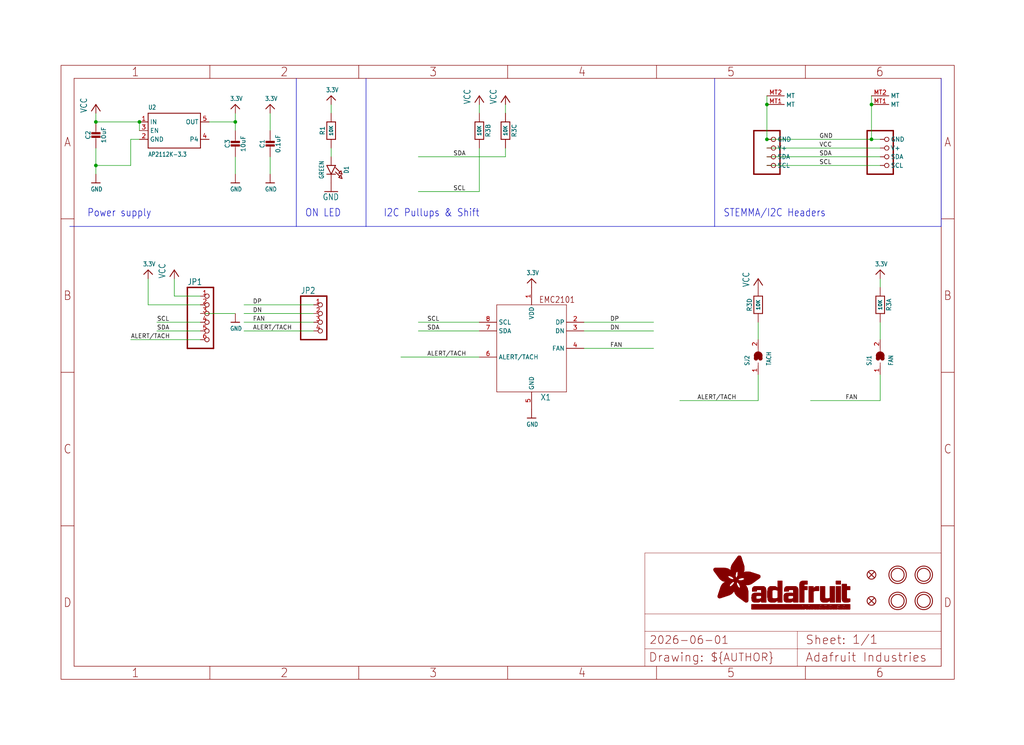
<source format=kicad_sch>
(kicad_sch (version 20230121) (generator eeschema)
  (paper "User" 298.45 217.322)
  (lib_symbols
    (symbol "working-eagle-import:3.3V" (power)
      (property "Value" "3.3V" (at -1.524 1.016 0))
      (symbol "3.3V_1_0"
        (pin power_in line (at 0 -2.54 90) (length 2.54) (name "3.3V") (number "1"))
      )
    )
    (symbol "working-eagle-import:CAP_CERAMIC0603_NO"
      (property "Reference" "C" (at -2.29 1.25 90))
      (symbol "CAP_CERAMIC0603_NO_1_0"
        (pin passive line (at 0 5.08 270) (length 2.54) (name "1") (number "1"))
        (pin passive line (at 0 -2.54 90) (length 2.54) (name "2") (number "2"))
      )
    )
    (symbol "working-eagle-import:CAP_CERAMIC0805-NOOUTLINE"
      (property "Reference" "C" (at -2.29 1.25 90))
      (symbol "CAP_CERAMIC0805-NOOUTLINE_1_0"
        (pin passive line (at 0 5.08 270) (length 2.54) (name "1") (number "1"))
        (pin passive line (at 0 -2.54 90) (length 2.54) (name "2") (number "2"))
      )
    )
    (symbol "working-eagle-import:EMC2101-AZCL"
      (property "Reference" "X" (at 2.54 -15.24 0))
      (symbol "EMC2101-AZCL_1_0"
        (text "EMC2101" (at 12.7 15.24 0) (effects (font (size 1.778 1.5113)) (justify right top)))
        (pin power_in line (at 0 17.78 270) (length 5.08) (name "VDD") (number "1"))
        (pin input line (at 15.24 7.62 180) (length 5.08) (name "DP") (number "2"))
        (pin input line (at 15.24 5.08 180) (length 5.08) (name "DN") (number "3"))
        (pin output line (at 15.24 0 180) (length 5.08) (name "FAN") (number "4"))
        (pin power_in line (at 0 -17.78 90) (length 5.08) (name "GND") (number "5"))
        (pin bidirectional line (at -15.24 -2.54 0) (length 5.08) (name "ALERT/TACH") (number "6"))
        (pin bidirectional line (at -15.24 5.08 0) (length 5.08) (name "SDA") (number "7"))
        (pin bidirectional line (at -15.24 7.62 0) (length 5.08) (name "SCL") (number "8"))
      )
    )
    (symbol "working-eagle-import:FIDUCIAL_1MM")
    (symbol "working-eagle-import:FRAME_A4_ADAFRUIT"
      (symbol "FRAME_A4_ADAFRUIT_1_0"
        (text "${#}/${##}" (at 230.505 10.16 0) (effects (font (size 2.54 2.54)) (justify left bottom)))
        (text "${AUTHOR}" (at 189.23 5.08 0) (effects (font (size 2.286 2.286)) (justify left bottom)))
        (text "${CURRENT_DATE}" (at 171.45 10.16 0) (effects (font (size 2.286 2.286)) (justify left bottom)))
        (text "${PROJECTNAME}" (at 171.45 15.24 0) (effects (font (size 2.54 2.54)) (justify left bottom)))
        (text "1" (at 21.6958 1.905 0) (effects (font (size 2.54 2.286))))
        (text "1" (at 21.6958 177.165 0) (effects (font (size 2.54 2.286))))
        (text "2" (at 65.0875 1.905 0) (effects (font (size 2.54 2.286))))
        (text "2" (at 65.0875 177.165 0) (effects (font (size 2.54 2.286))))
        (text "3" (at 108.4792 1.905 0) (effects (font (size 2.54 2.286))))
        (text "3" (at 108.4792 177.165 0) (effects (font (size 2.54 2.286))))
        (text "4" (at 151.8708 1.905 0) (effects (font (size 2.54 2.286))))
        (text "4" (at 151.8708 177.165 0) (effects (font (size 2.54 2.286))))
        (text "5" (at 195.2625 1.905 0) (effects (font (size 2.54 2.286))))
        (text "5" (at 195.2625 177.165 0) (effects (font (size 2.54 2.286))))
        (text "6" (at 238.6542 1.905 0) (effects (font (size 2.54 2.286))))
        (text "6" (at 238.6542 177.165 0) (effects (font (size 2.54 2.286))))
        (text "A" (at 1.905 156.6863 0) (effects (font (size 2.54 2.286))))
        (text "A" (at 258.445 156.6863 0) (effects (font (size 2.54 2.286))))
        (text "Adafruit Industries" (at 216.916 4.953 0) (effects (font (size 2.54 2.54)) (justify left bottom)))
        (text "B" (at 1.905 111.9188 0) (effects (font (size 2.54 2.286))))
        (text "B" (at 258.445 111.9188 0) (effects (font (size 2.54 2.286))))
        (text "C" (at 1.905 67.1513 0) (effects (font (size 2.54 2.286))))
        (text "C" (at 258.445 67.1513 0) (effects (font (size 2.54 2.286))))
        (text "D" (at 1.905 22.3838 0) (effects (font (size 2.54 2.286))))
        (text "D" (at 258.445 22.3838 0) (effects (font (size 2.54 2.286))))
        (text "Drawing:" (at 171.196 4.953 0) (effects (font (size 2.54 2.54)) (justify left bottom)))
        (text "Sheet:" (at 216.916 10.033 0) (effects (font (size 2.54 2.54)) (justify left bottom)))
      )
    )
    (symbol "working-eagle-import:GND" (power)
      (property "Value" "GND" (at -1.524 -2.54 0))
      (symbol "GND_1_0"
        (pin power_in line (at 0 2.54 270) (length 2.54) (name "GND") (number "1"))
      )
    )
    (symbol "working-eagle-import:HEADER-1X4ROUND"
      (property "Reference" "JP" (at -6.35 8.255 0))
      (symbol "HEADER-1X4ROUND_1_0"
        (pin passive inverted (at -2.54 5.08 0) (length 2.54) (name "1") (number "1"))
        (pin passive inverted (at -2.54 2.54 0) (length 2.54) (name "2") (number "2"))
        (pin passive inverted (at -2.54 0 0) (length 2.54) (name "3") (number "3"))
        (pin passive inverted (at -2.54 -2.54 0) (length 2.54) (name "4") (number "4"))
      )
    )
    (symbol "working-eagle-import:HEADER-1X670MIL"
      (property "Reference" "JP" (at -6.35 10.795 0))
      (symbol "HEADER-1X670MIL_1_0"
        (pin passive inverted (at -2.54 7.62 0) (length 2.54) (name "1") (number "1"))
        (pin passive inverted (at -2.54 5.08 0) (length 2.54) (name "2") (number "2"))
        (pin passive inverted (at -2.54 2.54 0) (length 2.54) (name "3") (number "3"))
        (pin passive inverted (at -2.54 0 0) (length 2.54) (name "4") (number "4"))
        (pin passive inverted (at -2.54 -2.54 0) (length 2.54) (name "5") (number "5"))
        (pin passive inverted (at -2.54 -5.08 0) (length 2.54) (name "6") (number "6"))
      )
    )
    (symbol "working-eagle-import:LED0603_NOOUTLINE"
      (property "Reference" "D" (at -1.27 4.445 0))
      (symbol "LED0603_NOOUTLINE_1_0"
        (pin passive line (at -5.08 0 0) (length 2.54) (name "A") (number "A"))
        (pin passive line (at 2.54 0 180) (length 2.54) (name "C") (number "C"))
      )
    )
    (symbol "working-eagle-import:MOUNTINGHOLE2.5")
    (symbol "working-eagle-import:RESISTOR_0603MP"
      (property "Reference" "R" (at 0 2.54 0))
      (symbol "RESISTOR_0603MP_1_0"
        (pin passive line (at -5.08 0 0) (length 2.54) (name "1") (number "1"))
        (pin passive line (at 5.08 0 180) (length 2.54) (name "2") (number "2"))
      )
    )
    (symbol "working-eagle-import:RESISTOR_4PACK"
      (property "Reference" "R" (at 0 2.54 0))
      (symbol "RESISTOR_4PACK_1_0"
        (pin passive line (at -5.08 0 0) (length 2.54) (name "1") (number "1"))
        (pin passive line (at 5.08 0 180) (length 2.54) (name "2") (number "8"))
      )
      (symbol "RESISTOR_4PACK_2_0"
        (pin passive line (at -5.08 0 0) (length 2.54) (name "1") (number "2"))
        (pin passive line (at 5.08 0 180) (length 2.54) (name "2") (number "7"))
      )
      (symbol "RESISTOR_4PACK_3_0"
        (pin passive line (at -5.08 0 0) (length 2.54) (name "1") (number "3"))
        (pin passive line (at 5.08 0 180) (length 2.54) (name "2") (number "6"))
      )
      (symbol "RESISTOR_4PACK_4_0"
        (pin passive line (at -5.08 0 0) (length 2.54) (name "1") (number "4"))
        (pin passive line (at 5.08 0 180) (length 2.54) (name "2") (number "5"))
      )
    )
    (symbol "working-eagle-import:SOLDERJUMPER"
      (property "Reference" "SJ" (at -2.54 2.54 0))
      (symbol "SOLDERJUMPER_1_0"
        (pin passive line (at -5.08 0 0) (length 2.54) (name "1") (number "1"))
        (pin passive line (at 5.08 0 180) (length 2.54) (name "2") (number "2"))
      )
    )
    (symbol "working-eagle-import:SOLDERJUMPERCLOSED"
      (property "Reference" "SJ" (at -2.54 2.54 0))
      (symbol "SOLDERJUMPERCLOSED_1_0"
        (pin passive line (at -5.08 0 0) (length 2.54) (name "1") (number "1"))
        (pin passive line (at 5.08 0 180) (length 2.54) (name "2") (number "2"))
      )
    )
    (symbol "working-eagle-import:STEMMA_I2C_QT"
      (symbol "STEMMA_I2C_QT_1_0"
        (pin passive inverted (at 0 5.08 0) (length 2.54) (name "GND") (number "1"))
        (pin passive inverted (at 0 2.54 0) (length 2.54) (name "V+") (number "2"))
        (pin passive inverted (at 0 0 0) (length 2.54) (name "SDA") (number "3"))
        (pin passive inverted (at 0 -2.54 0) (length 2.54) (name "SCL") (number "4"))
      )
      (symbol "STEMMA_I2C_QT_2_0"
        (pin bidirectional line (at 0 0 0) (length 5.08) (name "MT") (number "MT1"))
      )
      (symbol "STEMMA_I2C_QT_3_0"
        (pin bidirectional line (at 0 0 0) (length 5.08) (name "MT") (number "MT2"))
      )
    )
    (symbol "working-eagle-import:VCC" (power)
      (property "Value" "VCC" (at -2.54 -2.54 90))
      (symbol "VCC_1_0"
        (pin power_in line (at 0 -2.54 90) (length 2.54) (name "VCC") (number "1"))
      )
    )
    (symbol "working-eagle-import:VREG_SOT23-5"
      (property "Reference" "U" (at -7.62 6.096 0))
      (symbol "VREG_SOT23-5_1_0"
        (pin power_in line (at -10.16 2.54 0) (length 2.54) (name "IN") (number "1"))
        (pin power_in line (at -10.16 -2.54 0) (length 2.54) (name "GND") (number "2"))
        (pin input line (at -10.16 0 0) (length 2.54) (name "EN") (number "3"))
        (pin bidirectional line (at 10.16 -2.54 180) (length 2.54) (name "P4") (number "4"))
        (pin power_in line (at 10.16 2.54 180) (length 2.54) (name "OUT") (number "5"))
      )
    )
    (symbol "working-eagle-import:supply1_GND" (power)
      (property "Value" "supply1_GND" (at -2.54 -2.54 0))
      (symbol "supply1_GND_1_0"
        (pin power_in line (at 0 2.54 270) (length 2.54) (name "GND") (number "1"))
      )
    )
  )
  (junction (at 27.94 48.26))
  (junction (at 40.64 35.56))
  (junction (at 223.52 40.64))
  (junction (at 254 40.64))
  (junction (at 223.52 30.48))
  (junction (at 27.94 35.56))
  (junction (at 68.58 35.56))
  (junction (at 254 30.48))
  (wire (pts (xy 78.74 33.02) (xy 78.74 38.1)) (stroke (width 0.1524)))
  (wire (pts (xy 121.92 96.52) (xy 139.7 96.52)) (stroke (width 0.1524)))
  (polyline (pts (xy 208.28 22.86) (xy 208.28 66.04)) (stroke (width 0.1524) (type solid)))
  (wire (pts (xy 256.54 81.28) (xy 256.54 83.82)) (stroke (width 0.1524)))
  (wire (pts (xy 220.98 99.06) (xy 220.98 93.98)) (stroke (width 0.1524)))
  (wire (pts (xy 147.32 45.72) (xy 121.92 45.72)) (stroke (width 0.1524)))
  (wire (pts (xy 96.52 45.72) (xy 96.52 43.18)) (stroke (width 0.1524)))
  (wire (pts (xy 43.18 88.9) (xy 43.18 81.28)) (stroke (width 0.1524)))
  (wire (pts (xy 58.42 91.44) (xy 68.58 91.44)) (stroke (width 0.1524)))
  (wire (pts (xy 68.58 35.56) (xy 68.58 38.1)) (stroke (width 0.1524)))
  (wire (pts (xy 58.42 93.98) (xy 45.72 93.98)) (stroke (width 0.1524)))
  (wire (pts (xy 256.54 109.22) (xy 256.54 116.84)) (stroke (width 0.1524)))
  (wire (pts (xy 220.98 109.22) (xy 220.98 116.84)) (stroke (width 0.1524)))
  (wire (pts (xy 60.96 35.56) (xy 68.58 35.56)) (stroke (width 0.1524)))
  (wire (pts (xy 147.32 43.18) (xy 147.32 45.72)) (stroke (width 0.1524)))
  (polyline (pts (xy 274.32 22.86) (xy 274.32 66.04)) (stroke (width 0.1524) (type solid)))
  (wire (pts (xy 40.64 35.56) (xy 27.94 35.56)) (stroke (width 0.1524)))
  (wire (pts (xy 147.32 33.02) (xy 147.32 30.48)) (stroke (width 0.1524)))
  (wire (pts (xy 139.7 104.14) (xy 116.84 104.14)) (stroke (width 0.1524)))
  (polyline (pts (xy 86.36 66.04) (xy 106.68 66.04)) (stroke (width 0.1524) (type solid)))
  (wire (pts (xy 170.18 93.98) (xy 190.5 93.98)) (stroke (width 0.1524)))
  (wire (pts (xy 58.42 86.36) (xy 50.8 86.36)) (stroke (width 0.1524)))
  (wire (pts (xy 68.58 35.56) (xy 68.58 33.02)) (stroke (width 0.1524)))
  (wire (pts (xy 256.54 40.64) (xy 254 40.64)) (stroke (width 0.1524)))
  (wire (pts (xy 139.7 55.88) (xy 121.92 55.88)) (stroke (width 0.1524)))
  (wire (pts (xy 139.7 43.18) (xy 139.7 55.88)) (stroke (width 0.1524)))
  (wire (pts (xy 58.42 96.52) (xy 45.72 96.52)) (stroke (width 0.1524)))
  (wire (pts (xy 256.54 116.84) (xy 236.22 116.84)) (stroke (width 0.1524)))
  (wire (pts (xy 91.44 96.52) (xy 71.12 96.52)) (stroke (width 0.1524)))
  (wire (pts (xy 38.1 40.64) (xy 38.1 48.26)) (stroke (width 0.1524)))
  (wire (pts (xy 223.52 48.26) (xy 256.54 48.26)) (stroke (width 0.1524)))
  (wire (pts (xy 27.94 48.26) (xy 27.94 50.8)) (stroke (width 0.1524)))
  (wire (pts (xy 139.7 30.48) (xy 139.7 33.02)) (stroke (width 0.1524)))
  (wire (pts (xy 50.8 86.36) (xy 50.8 81.28)) (stroke (width 0.1524)))
  (wire (pts (xy 96.52 30.48) (xy 96.52 33.02)) (stroke (width 0.1524)))
  (wire (pts (xy 254 30.48) (xy 254 40.64)) (stroke (width 0.1524)))
  (wire (pts (xy 223.52 43.18) (xy 256.54 43.18)) (stroke (width 0.1524)))
  (wire (pts (xy 68.58 45.72) (xy 68.58 50.8)) (stroke (width 0.1524)))
  (wire (pts (xy 223.52 27.94) (xy 223.52 30.48)) (stroke (width 0.1524)))
  (wire (pts (xy 170.18 96.52) (xy 190.5 96.52)) (stroke (width 0.1524)))
  (wire (pts (xy 256.54 45.72) (xy 223.52 45.72)) (stroke (width 0.1524)))
  (wire (pts (xy 139.7 93.98) (xy 121.92 93.98)) (stroke (width 0.1524)))
  (wire (pts (xy 40.64 40.64) (xy 38.1 40.64)) (stroke (width 0.1524)))
  (wire (pts (xy 58.42 88.9) (xy 43.18 88.9)) (stroke (width 0.1524)))
  (wire (pts (xy 78.74 45.72) (xy 78.74 50.8)) (stroke (width 0.1524)))
  (polyline (pts (xy 86.36 22.86) (xy 86.36 66.04)) (stroke (width 0.1524) (type solid)))
  (wire (pts (xy 71.12 91.44) (xy 91.44 91.44)) (stroke (width 0.1524)))
  (wire (pts (xy 256.54 93.98) (xy 256.54 99.06)) (stroke (width 0.1524)))
  (wire (pts (xy 58.42 99.06) (xy 38.1 99.06)) (stroke (width 0.1524)))
  (wire (pts (xy 220.98 116.84) (xy 198.12 116.84)) (stroke (width 0.1524)))
  (wire (pts (xy 38.1 48.26) (xy 27.94 48.26)) (stroke (width 0.1524)))
  (polyline (pts (xy 106.68 22.86) (xy 106.68 66.04)) (stroke (width 0.1524) (type solid)))
  (wire (pts (xy 254 27.94) (xy 254 30.48)) (stroke (width 0.1524)))
  (wire (pts (xy 170.18 101.6) (xy 190.5 101.6)) (stroke (width 0.1524)))
  (wire (pts (xy 27.94 33.02) (xy 27.94 35.56)) (stroke (width 0.1524)))
  (wire (pts (xy 40.64 38.1) (xy 40.64 35.56)) (stroke (width 0.1524)))
  (polyline (pts (xy 106.68 66.04) (xy 208.28 66.04)) (stroke (width 0.1524) (type solid)))
  (wire (pts (xy 71.12 93.98) (xy 91.44 93.98)) (stroke (width 0.1524)))
  (polyline (pts (xy 20.32 66.04) (xy 86.36 66.04)) (stroke (width 0.1524) (type solid)))
  (wire (pts (xy 27.94 48.26) (xy 27.94 43.18)) (stroke (width 0.1524)))
  (wire (pts (xy 91.44 88.9) (xy 71.12 88.9)) (stroke (width 0.1524)))
  (polyline (pts (xy 208.28 66.04) (xy 274.32 66.04)) (stroke (width 0.1524) (type solid)))
  (wire (pts (xy 223.52 30.48) (xy 223.52 40.64)) (stroke (width 0.1524)))
  (wire (pts (xy 254 40.64) (xy 223.52 40.64)) (stroke (width 0.1524)))
  (text "ON LED" (at 88.9 63.5 0) (effects (font (size 2.1844 1.8567)) (justify left bottom)))
  (text "Power supply" (at 25.4 63.5 0) (effects (font (size 2.1844 1.8567)) (justify left bottom)))
  (text "I2C Pullups & Shift" (at 111.76 63.5 0) (effects (font (size 2.1844 1.8567)) (justify left bottom)))
  (text "STEMMA/I2C Headers" (at 210.82 63.5 0) (effects (font (size 2.1844 1.8567)) (justify left bottom)))
  (label "ALERT/TACH" (at 38.1 99.06 0) (effects (font (size 1.2446 1.2446))))
  (label "SCL" (at 238.76 48.26 0) (effects (font (size 1.2446 1.2446))))
  (label "SCL" (at 124.46 93.98 0) (effects (font (size 1.2446 1.2446))))
  (label "SCL" (at 45.72 93.98 0) (effects (font (size 1.2446 1.2446))))
  (label "ALERT/TACH" (at 73.66 96.52 0) (effects (font (size 1.2446 1.2446))))
  (label "ALERT/TACH" (at 203.2 116.84 0) (effects (font (size 1.2446 1.2446))))
  (label "SDA" (at 124.46 96.52 0) (effects (font (size 1.2446 1.2446))))
  (label "FAN" (at 73.66 93.98 0) (effects (font (size 1.2446 1.2446))))
  (label "DP" (at 177.8 93.98 0) (effects (font (size 1.2446 1.2446))))
  (label "DN" (at 177.8 96.52 0) (effects (font (size 1.2446 1.2446))))
  (label "ALERT/TACH" (at 124.46 104.14 0) (effects (font (size 1.2446 1.2446))))
  (label "GND" (at 238.76 40.64 0) (effects (font (size 1.2446 1.2446))))
  (label "DP" (at 73.66 88.9 0) (effects (font (size 1.2446 1.2446))))
  (label "SDA" (at 238.76 45.72 0) (effects (font (size 1.2446 1.2446))))
  (label "SCL" (at 132.08 55.88 0) (effects (font (size 1.2446 1.2446))))
  (label "FAN" (at 246.38 116.84 0) (effects (font (size 1.2446 1.2446))))
  (label "FAN" (at 177.8 101.6 0) (effects (font (size 1.2446 1.2446))))
  (label "SDA" (at 45.72 96.52 0) (effects (font (size 1.2446 1.2446))))
  (label "VCC" (at 238.76 43.18 0) (effects (font (size 1.2446 1.2446))))
  (label "DN" (at 73.66 91.44 0) (effects (font (size 1.2446 1.2446))))
  (label "SDA" (at 132.08 45.72 0) (effects (font (size 1.2446 1.2446))))
  (symbol (lib_id "working-eagle-import:VCC") (at 50.8 78.74 0) (unit 1)
    (property "Reference" "#P+4" (effects hide))
    (property "Value" "VCC" (at 48.26 81.28 90) (effects (font (size 1.778 1.5113)) (justify left bottom)))
  )
  (symbol (lib_id "working-eagle-import:MOUNTINGHOLE2.5") (at 269.24 167.64 0) (unit 1)
    (property "Reference" "U$19" (effects hide))
    (property "Value" "MOUNTINGHOLE2.5" (effects hide))
    (property "Footprint" "working:MOUNTINGHOLE_2.5_PLATED" (effects hide))
  )
  (symbol (lib_id "working-eagle-import:STEMMA_I2C_QT") (at 254 27.94 0) (unit 3)
    (property "Reference" "CONN4" (effects hide))
    (property "Value" "STEMMA_I2C_QT" (effects hide))
    (property "Footprint" "working:JST_SH4" (effects hide))
  )
  (symbol (lib_id "working-eagle-import:GND") (at 68.58 93.98 0) (unit 1)
    (property "Reference" "#U$10" (effects hide))
    (property "Value" "GND" (at 67.056 96.52 0) (effects (font (size 1.27 1.0795)) (justify left bottom)))
  )
  (symbol (lib_id "working-eagle-import:3.3V") (at 96.52 27.94 0) (unit 1)
    (property "Reference" "#U$7" (effects hide))
    (property "Value" "3.3V" (at 94.996 26.924 0) (effects (font (size 1.27 1.0795)) (justify left bottom)))
  )
  (symbol (lib_id "working-eagle-import:GND") (at 154.94 121.92 0) (unit 1)
    (property "Reference" "#U$4" (effects hide))
    (property "Value" "GND" (at 153.416 124.46 0) (effects (font (size 1.27 1.0795)) (justify left bottom)))
  )
  (symbol (lib_id "working-eagle-import:HEADER-1X4ROUND") (at 93.98 93.98 0) (unit 1)
    (property "Reference" "JP2" (at 87.63 85.725 0) (effects (font (size 1.778 1.5113)) (justify left bottom)))
    (property "Value" "HEADER-1X4ROUND" (effects hide))
    (property "Footprint" "working:1X04_ROUND" (effects hide))
  )
  (symbol (lib_id "working-eagle-import:STEMMA_I2C_QT") (at 223.52 30.48 0) (unit 2)
    (property "Reference" "CONN3" (effects hide))
    (property "Value" "STEMMA_I2C_QT" (effects hide))
    (property "Footprint" "working:JST_SH4" (effects hide))
  )
  (symbol (lib_id "working-eagle-import:CAP_CERAMIC0603_NO") (at 78.74 43.18 0) (unit 1)
    (property "Reference" "C1" (at 76.45 41.93 90))
    (property "Value" "0.1uF" (at 81.04 41.93 90))
    (property "Footprint" "working:0603-NO" (effects hide))
  )
  (symbol (lib_id "working-eagle-import:LED0603_NOOUTLINE") (at 96.52 50.8 270) (unit 1)
    (property "Reference" "D1" (at 100.965 49.53 0) (effects (font (size 1.27 1.0795))))
    (property "Value" "GREEN" (at 93.726 49.53 0) (effects (font (size 1.27 1.0795))))
    (property "Footprint" "working:CHIPLED_0603_NOOUTLINE" (effects hide))
  )
  (symbol (lib_id "working-eagle-import:VCC") (at 139.7 27.94 0) (unit 1)
    (property "Reference" "#P+1" (effects hide))
    (property "Value" "VCC" (at 137.16 30.48 90) (effects (font (size 1.778 1.5113)) (justify left bottom)))
  )
  (symbol (lib_id "working-eagle-import:STEMMA_I2C_QT") (at 254 30.48 0) (unit 2)
    (property "Reference" "CONN4" (effects hide))
    (property "Value" "STEMMA_I2C_QT" (effects hide))
    (property "Footprint" "working:JST_SH4" (effects hide))
  )
  (symbol (lib_id "working-eagle-import:MOUNTINGHOLE2.5") (at 261.62 167.64 0) (unit 1)
    (property "Reference" "U$17" (effects hide))
    (property "Value" "MOUNTINGHOLE2.5" (effects hide))
    (property "Footprint" "working:MOUNTINGHOLE_2.5_PLATED" (effects hide))
  )
  (symbol (lib_id "working-eagle-import:CAP_CERAMIC0805-NOOUTLINE") (at 68.58 43.18 0) (unit 1)
    (property "Reference" "C3" (at 66.29 41.93 90))
    (property "Value" "10uF" (at 70.88 41.93 90))
    (property "Footprint" "working:0805-NO" (effects hide))
  )
  (symbol (lib_id "working-eagle-import:STEMMA_I2C_QT") (at 256.54 45.72 0) (unit 1)
    (property "Reference" "CONN4" (effects hide))
    (property "Value" "STEMMA_I2C_QT" (effects hide))
    (property "Footprint" "working:JST_SH4" (effects hide))
  )
  (symbol (lib_id "working-eagle-import:FIDUCIAL_1MM") (at 254 175.26 0) (unit 1)
    (property "Reference" "FID3" (effects hide))
    (property "Value" "FIDUCIAL_1MM" (effects hide))
    (property "Footprint" "working:FIDUCIAL_1MM" (effects hide))
  )
  (symbol (lib_id "working-eagle-import:VREG_SOT23-5") (at 50.8 38.1 0) (unit 1)
    (property "Reference" "U2" (at 43.18 32.004 0) (effects (font (size 1.27 1.0795)) (justify left bottom)))
    (property "Value" "AP2112K-3.3" (at 43.18 45.72 0) (effects (font (size 1.27 1.0795)) (justify left bottom)))
    (property "Footprint" "working:SOT23-5" (effects hide))
  )
  (symbol (lib_id "working-eagle-import:VCC") (at 27.94 30.48 0) (unit 1)
    (property "Reference" "#P+3" (effects hide))
    (property "Value" "VCC" (at 25.4 33.02 90) (effects (font (size 1.778 1.5113)) (justify left bottom)))
  )
  (symbol (lib_id "working-eagle-import:supply1_GND") (at 96.52 55.88 0) (unit 1)
    (property "Reference" "#GND6" (effects hide))
    (property "Value" "GND" (at 93.98 58.42 0) (effects (font (size 1.778 1.5113)) (justify left bottom)))
  )
  (symbol (lib_id "working-eagle-import:FRAME_A4_ADAFRUIT") (at 17.78 198.12 0) (unit 1)
    (property "Reference" "#U$18" (effects hide))
    (property "Value" "FRAME_A4_ADAFRUIT" (effects hide))
  )
  (symbol (lib_id "working-eagle-import:MOUNTINGHOLE2.5") (at 261.62 175.26 0) (unit 1)
    (property "Reference" "U$1" (effects hide))
    (property "Value" "MOUNTINGHOLE2.5" (effects hide))
    (property "Footprint" "working:MOUNTINGHOLE_2.5_PLATED" (effects hide))
  )
  (symbol (lib_id "working-eagle-import:RESISTOR_4PACK") (at 147.32 38.1 270) (unit 3)
    (property "Reference" "R3" (at 149.86 38.1 0))
    (property "Value" "10K" (at 147.32 38.1 0) (effects (font (size 1.016 1.016) bold)))
    (property "Footprint" "working:RESPACK_4X0603" (effects hide))
  )
  (symbol (lib_id "working-eagle-import:VCC") (at 220.98 81.28 0) (unit 1)
    (property "Reference" "#P+5" (effects hide))
    (property "Value" "VCC" (at 218.44 83.82 90) (effects (font (size 1.778 1.5113)) (justify left bottom)))
  )
  (symbol (lib_id "working-eagle-import:STEMMA_I2C_QT") (at 223.52 45.72 0) (unit 1)
    (property "Reference" "CONN3" (effects hide))
    (property "Value" "STEMMA_I2C_QT" (effects hide))
    (property "Footprint" "working:JST_SH4" (effects hide))
  )
  (symbol (lib_id "working-eagle-import:CAP_CERAMIC0805-NOOUTLINE") (at 27.94 40.64 0) (unit 1)
    (property "Reference" "C2" (at 25.65 39.39 90))
    (property "Value" "10uF" (at 30.24 39.39 90))
    (property "Footprint" "working:0805-NO" (effects hide))
  )
  (symbol (lib_id "working-eagle-import:GND") (at 27.94 53.34 0) (unit 1)
    (property "Reference" "#U$13" (effects hide))
    (property "Value" "GND" (at 26.416 55.88 0) (effects (font (size 1.27 1.0795)) (justify left bottom)))
  )
  (symbol (lib_id "working-eagle-import:STEMMA_I2C_QT") (at 223.52 27.94 0) (unit 3)
    (property "Reference" "CONN3" (effects hide))
    (property "Value" "STEMMA_I2C_QT" (effects hide))
    (property "Footprint" "working:JST_SH4" (effects hide))
  )
  (symbol (lib_id "working-eagle-import:3.3V") (at 43.18 78.74 0) (unit 1)
    (property "Reference" "#U$16" (effects hide))
    (property "Value" "3.3V" (at 41.656 77.724 0) (effects (font (size 1.27 1.0795)) (justify left bottom)))
  )
  (symbol (lib_id "working-eagle-import:RESISTOR_4PACK") (at 256.54 88.9 270) (unit 1)
    (property "Reference" "R3" (at 259.08 88.9 0))
    (property "Value" "10K" (at 256.54 88.9 0) (effects (font (size 1.016 1.016) bold)))
    (property "Footprint" "working:RESPACK_4X0603" (effects hide))
  )
  (symbol (lib_id "working-eagle-import:FIDUCIAL_1MM") (at 254 167.64 0) (unit 1)
    (property "Reference" "FID4" (effects hide))
    (property "Value" "FIDUCIAL_1MM" (effects hide))
    (property "Footprint" "working:FIDUCIAL_1MM" (effects hide))
  )
  (symbol (lib_id "working-eagle-import:MOUNTINGHOLE2.5") (at 269.24 175.26 0) (unit 1)
    (property "Reference" "U$21" (effects hide))
    (property "Value" "MOUNTINGHOLE2.5" (effects hide))
    (property "Footprint" "working:MOUNTINGHOLE_2.5_PLATED" (effects hide))
  )
  (symbol (lib_id "working-eagle-import:3.3V") (at 68.58 30.48 0) (unit 1)
    (property "Reference" "#U$15" (effects hide))
    (property "Value" "3.3V" (at 67.056 29.464 0) (effects (font (size 1.27 1.0795)) (justify left bottom)))
  )
  (symbol (lib_id "working-eagle-import:SOLDERJUMPER") (at 220.98 104.14 90) (unit 1)
    (property "Reference" "SJ2" (at 218.44 106.68 0) (effects (font (size 1.27 1.0795)) (justify left bottom)))
    (property "Value" "TACH" (at 224.79 106.68 0) (effects (font (size 1.27 1.0795)) (justify left bottom)))
    (property "Footprint" "working:SOLDERJUMPER_ARROW_NOPASTE" (effects hide))
  )
  (symbol (lib_id "working-eagle-import:RESISTOR_4PACK") (at 220.98 88.9 90) (unit 4)
    (property "Reference" "R3" (at 218.44 88.9 0))
    (property "Value" "10K" (at 220.98 88.9 0) (effects (font (size 1.016 1.016) bold)))
    (property "Footprint" "working:RESPACK_4X0603" (effects hide))
  )
  (symbol (lib_id "working-eagle-import:3.3V") (at 154.94 81.28 0) (unit 1)
    (property "Reference" "#U$2" (effects hide))
    (property "Value" "3.3V" (at 153.416 80.264 0) (effects (font (size 1.27 1.0795)) (justify left bottom)))
  )
  (symbol (lib_id "working-eagle-import:3.3V") (at 256.54 78.74 0) (unit 1)
    (property "Reference" "#U$3" (effects hide))
    (property "Value" "3.3V" (at 255.016 77.724 0) (effects (font (size 1.27 1.0795)) (justify left bottom)))
  )
  (symbol (lib_id "working-eagle-import:RESISTOR_4PACK") (at 139.7 38.1 270) (unit 2)
    (property "Reference" "R3" (at 142.24 38.1 0))
    (property "Value" "10K" (at 139.7 38.1 0) (effects (font (size 1.016 1.016) bold)))
    (property "Footprint" "working:RESPACK_4X0603" (effects hide))
  )
  (symbol (lib_id "working-eagle-import:HEADER-1X670MIL") (at 60.96 93.98 0) (unit 1)
    (property "Reference" "JP1" (at 54.61 83.185 0) (effects (font (size 1.778 1.5113)) (justify left bottom)))
    (property "Value" "HEADER-1X670MIL" (effects hide))
    (property "Footprint" "working:1X06_ROUND_70" (effects hide))
  )
  (symbol (lib_id "working-eagle-import:VCC") (at 147.32 27.94 0) (unit 1)
    (property "Reference" "#P+2" (effects hide))
    (property "Value" "VCC" (at 144.78 30.48 90) (effects (font (size 1.778 1.5113)) (justify left bottom)))
  )
  (symbol (lib_id "working-eagle-import:GND") (at 78.74 53.34 0) (unit 1)
    (property "Reference" "#U$6" (effects hide))
    (property "Value" "GND" (at 77.216 55.88 0) (effects (font (size 1.27 1.0795)) (justify left bottom)))
  )
  (symbol (lib_id "working-eagle-import:GND") (at 68.58 53.34 0) (unit 1)
    (property "Reference" "#U$5" (effects hide))
    (property "Value" "GND" (at 67.056 55.88 0) (effects (font (size 1.27 1.0795)) (justify left bottom)))
  )
  (symbol (lib_id "working-eagle-import:RESISTOR_0603MP") (at 96.52 38.1 90) (unit 1)
    (property "Reference" "R1" (at 93.98 38.1 0))
    (property "Value" "10K" (at 96.52 38.1 0) (effects (font (size 1.016 1.016) bold)))
    (property "Footprint" "working:_0603MP" (effects hide))
  )
  (symbol (lib_id "working-eagle-import:3.3V") (at 78.74 30.48 0) (unit 1)
    (property "Reference" "#U$14" (effects hide))
    (property "Value" "3.3V" (at 77.216 29.464 0) (effects (font (size 1.27 1.0795)) (justify left bottom)))
  )
  (symbol (lib_id "working-eagle-import:SOLDERJUMPERCLOSED") (at 256.54 104.14 90) (unit 1)
    (property "Reference" "SJ1" (at 254 106.68 0) (effects (font (size 1.27 1.0795)) (justify left bottom)))
    (property "Value" "FAN" (at 260.35 106.68 0) (effects (font (size 1.27 1.0795)) (justify left bottom)))
    (property "Footprint" "working:SOLDERJUMPER_CLOSEDWIRE" (effects hide))
  )
  (symbol (lib_id "working-eagle-import:EMC2101-AZCL") (at 154.94 101.6 0) (unit 1)
    (property "Reference" "X1" (at 157.48 116.84 0) (effects (font (size 1.778 1.5113)) (justify left bottom)))
    (property "Value" "EMC2101-AZCL" (effects hide))
    (property "Footprint" "working:MSOP8_0.65MM" (effects hide))
  )
)
</source>
